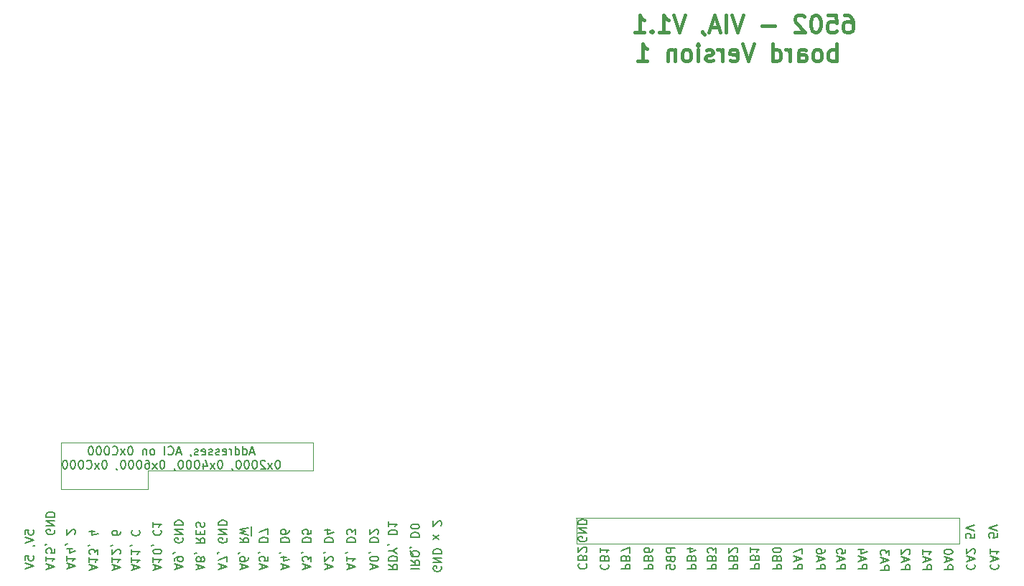
<source format=gbr>
G04 #@! TF.GenerationSoftware,KiCad,Pcbnew,(5.1.5)-3*
G04 #@! TF.CreationDate,2021-05-28T12:42:32+12:00*
G04 #@! TF.ProjectId,6502-Controller,36353032-2d43-46f6-9e74-726f6c6c6572,rev?*
G04 #@! TF.SameCoordinates,Original*
G04 #@! TF.FileFunction,Legend,Bot*
G04 #@! TF.FilePolarity,Positive*
%FSLAX46Y46*%
G04 Gerber Fmt 4.6, Leading zero omitted, Abs format (unit mm)*
G04 Created by KiCad (PCBNEW (5.1.5)-3) date 2021-05-28 12:42:32*
%MOMM*%
%LPD*%
G04 APERTURE LIST*
%ADD10C,0.120000*%
%ADD11C,0.150000*%
%ADD12C,0.400000*%
G04 APERTURE END LIST*
D10*
X94996000Y-100647500D02*
X97536000Y-100647500D01*
X94996000Y-106108500D02*
X94996000Y-100647500D01*
X97536000Y-106108500D02*
X94996000Y-106108500D01*
X105219500Y-103949500D02*
X105219500Y-106108500D01*
X124714000Y-103949500D02*
X105219500Y-103949500D01*
X124714000Y-100647500D02*
X124714000Y-103949500D01*
X97536000Y-100647500D02*
X124714000Y-100647500D01*
X105156000Y-106108500D02*
X97536000Y-106108500D01*
D11*
X117799214Y-101767166D02*
X117323023Y-101767166D01*
X117894452Y-102052880D02*
X117561119Y-101052880D01*
X117227785Y-102052880D01*
X116465880Y-102052880D02*
X116465880Y-101052880D01*
X116465880Y-102005261D02*
X116561119Y-102052880D01*
X116751595Y-102052880D01*
X116846833Y-102005261D01*
X116894452Y-101957642D01*
X116942071Y-101862404D01*
X116942071Y-101576690D01*
X116894452Y-101481452D01*
X116846833Y-101433833D01*
X116751595Y-101386214D01*
X116561119Y-101386214D01*
X116465880Y-101433833D01*
X115561119Y-102052880D02*
X115561119Y-101052880D01*
X115561119Y-102005261D02*
X115656357Y-102052880D01*
X115846833Y-102052880D01*
X115942071Y-102005261D01*
X115989690Y-101957642D01*
X116037309Y-101862404D01*
X116037309Y-101576690D01*
X115989690Y-101481452D01*
X115942071Y-101433833D01*
X115846833Y-101386214D01*
X115656357Y-101386214D01*
X115561119Y-101433833D01*
X115084928Y-102052880D02*
X115084928Y-101386214D01*
X115084928Y-101576690D02*
X115037309Y-101481452D01*
X114989690Y-101433833D01*
X114894452Y-101386214D01*
X114799214Y-101386214D01*
X114084928Y-102005261D02*
X114180166Y-102052880D01*
X114370642Y-102052880D01*
X114465880Y-102005261D01*
X114513500Y-101910023D01*
X114513500Y-101529071D01*
X114465880Y-101433833D01*
X114370642Y-101386214D01*
X114180166Y-101386214D01*
X114084928Y-101433833D01*
X114037309Y-101529071D01*
X114037309Y-101624309D01*
X114513500Y-101719547D01*
X113656357Y-102005261D02*
X113561119Y-102052880D01*
X113370642Y-102052880D01*
X113275404Y-102005261D01*
X113227785Y-101910023D01*
X113227785Y-101862404D01*
X113275404Y-101767166D01*
X113370642Y-101719547D01*
X113513500Y-101719547D01*
X113608738Y-101671928D01*
X113656357Y-101576690D01*
X113656357Y-101529071D01*
X113608738Y-101433833D01*
X113513500Y-101386214D01*
X113370642Y-101386214D01*
X113275404Y-101433833D01*
X112846833Y-102005261D02*
X112751595Y-102052880D01*
X112561119Y-102052880D01*
X112465880Y-102005261D01*
X112418261Y-101910023D01*
X112418261Y-101862404D01*
X112465880Y-101767166D01*
X112561119Y-101719547D01*
X112703976Y-101719547D01*
X112799214Y-101671928D01*
X112846833Y-101576690D01*
X112846833Y-101529071D01*
X112799214Y-101433833D01*
X112703976Y-101386214D01*
X112561119Y-101386214D01*
X112465880Y-101433833D01*
X111608738Y-102005261D02*
X111703976Y-102052880D01*
X111894452Y-102052880D01*
X111989690Y-102005261D01*
X112037309Y-101910023D01*
X112037309Y-101529071D01*
X111989690Y-101433833D01*
X111894452Y-101386214D01*
X111703976Y-101386214D01*
X111608738Y-101433833D01*
X111561119Y-101529071D01*
X111561119Y-101624309D01*
X112037309Y-101719547D01*
X111180166Y-102005261D02*
X111084928Y-102052880D01*
X110894452Y-102052880D01*
X110799214Y-102005261D01*
X110751595Y-101910023D01*
X110751595Y-101862404D01*
X110799214Y-101767166D01*
X110894452Y-101719547D01*
X111037309Y-101719547D01*
X111132547Y-101671928D01*
X111180166Y-101576690D01*
X111180166Y-101529071D01*
X111132547Y-101433833D01*
X111037309Y-101386214D01*
X110894452Y-101386214D01*
X110799214Y-101433833D01*
X110275404Y-102005261D02*
X110275404Y-102052880D01*
X110323023Y-102148119D01*
X110370642Y-102195738D01*
X109132547Y-101767166D02*
X108656357Y-101767166D01*
X109227785Y-102052880D02*
X108894452Y-101052880D01*
X108561119Y-102052880D01*
X107656357Y-101957642D02*
X107703976Y-102005261D01*
X107846833Y-102052880D01*
X107942071Y-102052880D01*
X108084928Y-102005261D01*
X108180166Y-101910023D01*
X108227785Y-101814785D01*
X108275404Y-101624309D01*
X108275404Y-101481452D01*
X108227785Y-101290976D01*
X108180166Y-101195738D01*
X108084928Y-101100500D01*
X107942071Y-101052880D01*
X107846833Y-101052880D01*
X107703976Y-101100500D01*
X107656357Y-101148119D01*
X107227785Y-102052880D02*
X107227785Y-101052880D01*
X105846833Y-102052880D02*
X105942071Y-102005261D01*
X105989690Y-101957642D01*
X106037309Y-101862404D01*
X106037309Y-101576690D01*
X105989690Y-101481452D01*
X105942071Y-101433833D01*
X105846833Y-101386214D01*
X105703976Y-101386214D01*
X105608738Y-101433833D01*
X105561119Y-101481452D01*
X105513500Y-101576690D01*
X105513500Y-101862404D01*
X105561119Y-101957642D01*
X105608738Y-102005261D01*
X105703976Y-102052880D01*
X105846833Y-102052880D01*
X105084928Y-101386214D02*
X105084928Y-102052880D01*
X105084928Y-101481452D02*
X105037309Y-101433833D01*
X104942071Y-101386214D01*
X104799214Y-101386214D01*
X104703976Y-101433833D01*
X104656357Y-101529071D01*
X104656357Y-102052880D01*
X103227785Y-101052880D02*
X103132547Y-101052880D01*
X103037309Y-101100500D01*
X102989690Y-101148119D01*
X102942071Y-101243357D01*
X102894452Y-101433833D01*
X102894452Y-101671928D01*
X102942071Y-101862404D01*
X102989690Y-101957642D01*
X103037309Y-102005261D01*
X103132547Y-102052880D01*
X103227785Y-102052880D01*
X103323023Y-102005261D01*
X103370642Y-101957642D01*
X103418261Y-101862404D01*
X103465880Y-101671928D01*
X103465880Y-101433833D01*
X103418261Y-101243357D01*
X103370642Y-101148119D01*
X103323023Y-101100500D01*
X103227785Y-101052880D01*
X102561119Y-102052880D02*
X102037309Y-101386214D01*
X102561119Y-101386214D02*
X102037309Y-102052880D01*
X101084928Y-101957642D02*
X101132547Y-102005261D01*
X101275404Y-102052880D01*
X101370642Y-102052880D01*
X101513500Y-102005261D01*
X101608738Y-101910023D01*
X101656357Y-101814785D01*
X101703976Y-101624309D01*
X101703976Y-101481452D01*
X101656357Y-101290976D01*
X101608738Y-101195738D01*
X101513500Y-101100500D01*
X101370642Y-101052880D01*
X101275404Y-101052880D01*
X101132547Y-101100500D01*
X101084928Y-101148119D01*
X100465880Y-101052880D02*
X100370642Y-101052880D01*
X100275404Y-101100500D01*
X100227785Y-101148119D01*
X100180166Y-101243357D01*
X100132547Y-101433833D01*
X100132547Y-101671928D01*
X100180166Y-101862404D01*
X100227785Y-101957642D01*
X100275404Y-102005261D01*
X100370642Y-102052880D01*
X100465880Y-102052880D01*
X100561119Y-102005261D01*
X100608738Y-101957642D01*
X100656357Y-101862404D01*
X100703976Y-101671928D01*
X100703976Y-101433833D01*
X100656357Y-101243357D01*
X100608738Y-101148119D01*
X100561119Y-101100500D01*
X100465880Y-101052880D01*
X99513500Y-101052880D02*
X99418261Y-101052880D01*
X99323023Y-101100500D01*
X99275404Y-101148119D01*
X99227785Y-101243357D01*
X99180166Y-101433833D01*
X99180166Y-101671928D01*
X99227785Y-101862404D01*
X99275404Y-101957642D01*
X99323023Y-102005261D01*
X99418261Y-102052880D01*
X99513500Y-102052880D01*
X99608738Y-102005261D01*
X99656357Y-101957642D01*
X99703976Y-101862404D01*
X99751595Y-101671928D01*
X99751595Y-101433833D01*
X99703976Y-101243357D01*
X99656357Y-101148119D01*
X99608738Y-101100500D01*
X99513500Y-101052880D01*
X98561119Y-101052880D02*
X98465880Y-101052880D01*
X98370642Y-101100500D01*
X98323023Y-101148119D01*
X98275404Y-101243357D01*
X98227785Y-101433833D01*
X98227785Y-101671928D01*
X98275404Y-101862404D01*
X98323023Y-101957642D01*
X98370642Y-102005261D01*
X98465880Y-102052880D01*
X98561119Y-102052880D01*
X98656357Y-102005261D01*
X98703976Y-101957642D01*
X98751595Y-101862404D01*
X98799214Y-101671928D01*
X98799214Y-101433833D01*
X98751595Y-101243357D01*
X98703976Y-101148119D01*
X98656357Y-101100500D01*
X98561119Y-101052880D01*
X120608738Y-102702880D02*
X120513500Y-102702880D01*
X120418261Y-102750500D01*
X120370642Y-102798119D01*
X120323023Y-102893357D01*
X120275404Y-103083833D01*
X120275404Y-103321928D01*
X120323023Y-103512404D01*
X120370642Y-103607642D01*
X120418261Y-103655261D01*
X120513500Y-103702880D01*
X120608738Y-103702880D01*
X120703976Y-103655261D01*
X120751595Y-103607642D01*
X120799214Y-103512404D01*
X120846833Y-103321928D01*
X120846833Y-103083833D01*
X120799214Y-102893357D01*
X120751595Y-102798119D01*
X120703976Y-102750500D01*
X120608738Y-102702880D01*
X119942071Y-103702880D02*
X119418261Y-103036214D01*
X119942071Y-103036214D02*
X119418261Y-103702880D01*
X119084928Y-102798119D02*
X119037309Y-102750500D01*
X118942071Y-102702880D01*
X118703976Y-102702880D01*
X118608738Y-102750500D01*
X118561119Y-102798119D01*
X118513500Y-102893357D01*
X118513500Y-102988595D01*
X118561119Y-103131452D01*
X119132547Y-103702880D01*
X118513500Y-103702880D01*
X117894452Y-102702880D02*
X117799214Y-102702880D01*
X117703976Y-102750500D01*
X117656357Y-102798119D01*
X117608738Y-102893357D01*
X117561119Y-103083833D01*
X117561119Y-103321928D01*
X117608738Y-103512404D01*
X117656357Y-103607642D01*
X117703976Y-103655261D01*
X117799214Y-103702880D01*
X117894452Y-103702880D01*
X117989690Y-103655261D01*
X118037309Y-103607642D01*
X118084928Y-103512404D01*
X118132547Y-103321928D01*
X118132547Y-103083833D01*
X118084928Y-102893357D01*
X118037309Y-102798119D01*
X117989690Y-102750500D01*
X117894452Y-102702880D01*
X116942071Y-102702880D02*
X116846833Y-102702880D01*
X116751595Y-102750500D01*
X116703976Y-102798119D01*
X116656357Y-102893357D01*
X116608738Y-103083833D01*
X116608738Y-103321928D01*
X116656357Y-103512404D01*
X116703976Y-103607642D01*
X116751595Y-103655261D01*
X116846833Y-103702880D01*
X116942071Y-103702880D01*
X117037309Y-103655261D01*
X117084928Y-103607642D01*
X117132547Y-103512404D01*
X117180166Y-103321928D01*
X117180166Y-103083833D01*
X117132547Y-102893357D01*
X117084928Y-102798119D01*
X117037309Y-102750500D01*
X116942071Y-102702880D01*
X115989690Y-102702880D02*
X115894452Y-102702880D01*
X115799214Y-102750500D01*
X115751595Y-102798119D01*
X115703976Y-102893357D01*
X115656357Y-103083833D01*
X115656357Y-103321928D01*
X115703976Y-103512404D01*
X115751595Y-103607642D01*
X115799214Y-103655261D01*
X115894452Y-103702880D01*
X115989690Y-103702880D01*
X116084928Y-103655261D01*
X116132547Y-103607642D01*
X116180166Y-103512404D01*
X116227785Y-103321928D01*
X116227785Y-103083833D01*
X116180166Y-102893357D01*
X116132547Y-102798119D01*
X116084928Y-102750500D01*
X115989690Y-102702880D01*
X115180166Y-103655261D02*
X115180166Y-103702880D01*
X115227785Y-103798119D01*
X115275404Y-103845738D01*
X113799214Y-102702880D02*
X113703976Y-102702880D01*
X113608738Y-102750500D01*
X113561119Y-102798119D01*
X113513500Y-102893357D01*
X113465880Y-103083833D01*
X113465880Y-103321928D01*
X113513500Y-103512404D01*
X113561119Y-103607642D01*
X113608738Y-103655261D01*
X113703976Y-103702880D01*
X113799214Y-103702880D01*
X113894452Y-103655261D01*
X113942071Y-103607642D01*
X113989690Y-103512404D01*
X114037309Y-103321928D01*
X114037309Y-103083833D01*
X113989690Y-102893357D01*
X113942071Y-102798119D01*
X113894452Y-102750500D01*
X113799214Y-102702880D01*
X113132547Y-103702880D02*
X112608738Y-103036214D01*
X113132547Y-103036214D02*
X112608738Y-103702880D01*
X111799214Y-103036214D02*
X111799214Y-103702880D01*
X112037309Y-102655261D02*
X112275404Y-103369547D01*
X111656357Y-103369547D01*
X111084928Y-102702880D02*
X110989690Y-102702880D01*
X110894452Y-102750500D01*
X110846833Y-102798119D01*
X110799214Y-102893357D01*
X110751595Y-103083833D01*
X110751595Y-103321928D01*
X110799214Y-103512404D01*
X110846833Y-103607642D01*
X110894452Y-103655261D01*
X110989690Y-103702880D01*
X111084928Y-103702880D01*
X111180166Y-103655261D01*
X111227785Y-103607642D01*
X111275404Y-103512404D01*
X111323023Y-103321928D01*
X111323023Y-103083833D01*
X111275404Y-102893357D01*
X111227785Y-102798119D01*
X111180166Y-102750500D01*
X111084928Y-102702880D01*
X110132547Y-102702880D02*
X110037309Y-102702880D01*
X109942071Y-102750500D01*
X109894452Y-102798119D01*
X109846833Y-102893357D01*
X109799214Y-103083833D01*
X109799214Y-103321928D01*
X109846833Y-103512404D01*
X109894452Y-103607642D01*
X109942071Y-103655261D01*
X110037309Y-103702880D01*
X110132547Y-103702880D01*
X110227785Y-103655261D01*
X110275404Y-103607642D01*
X110323023Y-103512404D01*
X110370642Y-103321928D01*
X110370642Y-103083833D01*
X110323023Y-102893357D01*
X110275404Y-102798119D01*
X110227785Y-102750500D01*
X110132547Y-102702880D01*
X109180166Y-102702880D02*
X109084928Y-102702880D01*
X108989690Y-102750500D01*
X108942071Y-102798119D01*
X108894452Y-102893357D01*
X108846833Y-103083833D01*
X108846833Y-103321928D01*
X108894452Y-103512404D01*
X108942071Y-103607642D01*
X108989690Y-103655261D01*
X109084928Y-103702880D01*
X109180166Y-103702880D01*
X109275404Y-103655261D01*
X109323023Y-103607642D01*
X109370642Y-103512404D01*
X109418261Y-103321928D01*
X109418261Y-103083833D01*
X109370642Y-102893357D01*
X109323023Y-102798119D01*
X109275404Y-102750500D01*
X109180166Y-102702880D01*
X108370642Y-103655261D02*
X108370642Y-103702880D01*
X108418261Y-103798119D01*
X108465880Y-103845738D01*
X106989690Y-102702880D02*
X106894452Y-102702880D01*
X106799214Y-102750500D01*
X106751595Y-102798119D01*
X106703976Y-102893357D01*
X106656357Y-103083833D01*
X106656357Y-103321928D01*
X106703976Y-103512404D01*
X106751595Y-103607642D01*
X106799214Y-103655261D01*
X106894452Y-103702880D01*
X106989690Y-103702880D01*
X107084928Y-103655261D01*
X107132547Y-103607642D01*
X107180166Y-103512404D01*
X107227785Y-103321928D01*
X107227785Y-103083833D01*
X107180166Y-102893357D01*
X107132547Y-102798119D01*
X107084928Y-102750500D01*
X106989690Y-102702880D01*
X106323023Y-103702880D02*
X105799214Y-103036214D01*
X106323023Y-103036214D02*
X105799214Y-103702880D01*
X104989690Y-102702880D02*
X105180166Y-102702880D01*
X105275404Y-102750500D01*
X105323023Y-102798119D01*
X105418261Y-102940976D01*
X105465880Y-103131452D01*
X105465880Y-103512404D01*
X105418261Y-103607642D01*
X105370642Y-103655261D01*
X105275404Y-103702880D01*
X105084928Y-103702880D01*
X104989690Y-103655261D01*
X104942071Y-103607642D01*
X104894452Y-103512404D01*
X104894452Y-103274309D01*
X104942071Y-103179071D01*
X104989690Y-103131452D01*
X105084928Y-103083833D01*
X105275404Y-103083833D01*
X105370642Y-103131452D01*
X105418261Y-103179071D01*
X105465880Y-103274309D01*
X104275404Y-102702880D02*
X104180166Y-102702880D01*
X104084928Y-102750500D01*
X104037309Y-102798119D01*
X103989690Y-102893357D01*
X103942071Y-103083833D01*
X103942071Y-103321928D01*
X103989690Y-103512404D01*
X104037309Y-103607642D01*
X104084928Y-103655261D01*
X104180166Y-103702880D01*
X104275404Y-103702880D01*
X104370642Y-103655261D01*
X104418261Y-103607642D01*
X104465880Y-103512404D01*
X104513500Y-103321928D01*
X104513500Y-103083833D01*
X104465880Y-102893357D01*
X104418261Y-102798119D01*
X104370642Y-102750500D01*
X104275404Y-102702880D01*
X103323023Y-102702880D02*
X103227785Y-102702880D01*
X103132547Y-102750500D01*
X103084928Y-102798119D01*
X103037309Y-102893357D01*
X102989690Y-103083833D01*
X102989690Y-103321928D01*
X103037309Y-103512404D01*
X103084928Y-103607642D01*
X103132547Y-103655261D01*
X103227785Y-103702880D01*
X103323023Y-103702880D01*
X103418261Y-103655261D01*
X103465880Y-103607642D01*
X103513500Y-103512404D01*
X103561119Y-103321928D01*
X103561119Y-103083833D01*
X103513500Y-102893357D01*
X103465880Y-102798119D01*
X103418261Y-102750500D01*
X103323023Y-102702880D01*
X102370642Y-102702880D02*
X102275404Y-102702880D01*
X102180166Y-102750500D01*
X102132547Y-102798119D01*
X102084928Y-102893357D01*
X102037309Y-103083833D01*
X102037309Y-103321928D01*
X102084928Y-103512404D01*
X102132547Y-103607642D01*
X102180166Y-103655261D01*
X102275404Y-103702880D01*
X102370642Y-103702880D01*
X102465880Y-103655261D01*
X102513500Y-103607642D01*
X102561119Y-103512404D01*
X102608738Y-103321928D01*
X102608738Y-103083833D01*
X102561119Y-102893357D01*
X102513500Y-102798119D01*
X102465880Y-102750500D01*
X102370642Y-102702880D01*
X101561119Y-103655261D02*
X101561119Y-103702880D01*
X101608738Y-103798119D01*
X101656357Y-103845738D01*
X100180166Y-102702880D02*
X100084928Y-102702880D01*
X99989690Y-102750500D01*
X99942071Y-102798119D01*
X99894452Y-102893357D01*
X99846833Y-103083833D01*
X99846833Y-103321928D01*
X99894452Y-103512404D01*
X99942071Y-103607642D01*
X99989690Y-103655261D01*
X100084928Y-103702880D01*
X100180166Y-103702880D01*
X100275404Y-103655261D01*
X100323023Y-103607642D01*
X100370642Y-103512404D01*
X100418261Y-103321928D01*
X100418261Y-103083833D01*
X100370642Y-102893357D01*
X100323023Y-102798119D01*
X100275404Y-102750500D01*
X100180166Y-102702880D01*
X99513500Y-103702880D02*
X98989690Y-103036214D01*
X99513500Y-103036214D02*
X98989690Y-103702880D01*
X98037309Y-103607642D02*
X98084928Y-103655261D01*
X98227785Y-103702880D01*
X98323023Y-103702880D01*
X98465880Y-103655261D01*
X98561119Y-103560023D01*
X98608738Y-103464785D01*
X98656357Y-103274309D01*
X98656357Y-103131452D01*
X98608738Y-102940976D01*
X98561119Y-102845738D01*
X98465880Y-102750500D01*
X98323023Y-102702880D01*
X98227785Y-102702880D01*
X98084928Y-102750500D01*
X98037309Y-102798119D01*
X97418261Y-102702880D02*
X97323023Y-102702880D01*
X97227785Y-102750500D01*
X97180166Y-102798119D01*
X97132547Y-102893357D01*
X97084928Y-103083833D01*
X97084928Y-103321928D01*
X97132547Y-103512404D01*
X97180166Y-103607642D01*
X97227785Y-103655261D01*
X97323023Y-103702880D01*
X97418261Y-103702880D01*
X97513500Y-103655261D01*
X97561119Y-103607642D01*
X97608738Y-103512404D01*
X97656357Y-103321928D01*
X97656357Y-103083833D01*
X97608738Y-102893357D01*
X97561119Y-102798119D01*
X97513500Y-102750500D01*
X97418261Y-102702880D01*
X96465880Y-102702880D02*
X96370642Y-102702880D01*
X96275404Y-102750500D01*
X96227785Y-102798119D01*
X96180166Y-102893357D01*
X96132547Y-103083833D01*
X96132547Y-103321928D01*
X96180166Y-103512404D01*
X96227785Y-103607642D01*
X96275404Y-103655261D01*
X96370642Y-103702880D01*
X96465880Y-103702880D01*
X96561119Y-103655261D01*
X96608738Y-103607642D01*
X96656357Y-103512404D01*
X96703976Y-103321928D01*
X96703976Y-103083833D01*
X96656357Y-102893357D01*
X96608738Y-102798119D01*
X96561119Y-102750500D01*
X96465880Y-102702880D01*
X95513500Y-102702880D02*
X95418261Y-102702880D01*
X95323023Y-102750500D01*
X95275404Y-102798119D01*
X95227785Y-102893357D01*
X95180166Y-103083833D01*
X95180166Y-103321928D01*
X95227785Y-103512404D01*
X95275404Y-103607642D01*
X95323023Y-103655261D01*
X95418261Y-103702880D01*
X95513500Y-103702880D01*
X95608738Y-103655261D01*
X95656357Y-103607642D01*
X95703976Y-103512404D01*
X95751595Y-103321928D01*
X95751595Y-103083833D01*
X95703976Y-102893357D01*
X95656357Y-102798119D01*
X95608738Y-102750500D01*
X95513500Y-102702880D01*
D10*
X155765500Y-112522000D02*
X155765500Y-109537500D01*
X200914000Y-112522000D02*
X155765500Y-112522000D01*
X200914000Y-109537500D02*
X200914000Y-112522000D01*
X155702000Y-109537500D02*
X200914000Y-109537500D01*
D11*
X156964000Y-111759904D02*
X157011619Y-111855142D01*
X157011619Y-111998000D01*
X156964000Y-112140857D01*
X156868761Y-112236095D01*
X156773523Y-112283714D01*
X156583047Y-112331333D01*
X156440190Y-112331333D01*
X156249714Y-112283714D01*
X156154476Y-112236095D01*
X156059238Y-112140857D01*
X156011619Y-111998000D01*
X156011619Y-111902761D01*
X156059238Y-111759904D01*
X156106857Y-111712285D01*
X156440190Y-111712285D01*
X156440190Y-111902761D01*
X156011619Y-111283714D02*
X157011619Y-111283714D01*
X156011619Y-110712285D01*
X157011619Y-110712285D01*
X156011619Y-110236095D02*
X157011619Y-110236095D01*
X157011619Y-109998000D01*
X156964000Y-109855142D01*
X156868761Y-109759904D01*
X156773523Y-109712285D01*
X156583047Y-109664666D01*
X156440190Y-109664666D01*
X156249714Y-109712285D01*
X156154476Y-109759904D01*
X156059238Y-109855142D01*
X156011619Y-109998000D01*
X156011619Y-110236095D01*
X202668119Y-111378976D02*
X202668119Y-111855166D01*
X202191928Y-111902785D01*
X202239547Y-111855166D01*
X202287166Y-111759928D01*
X202287166Y-111521833D01*
X202239547Y-111426595D01*
X202191928Y-111378976D01*
X202096690Y-111331357D01*
X201858595Y-111331357D01*
X201763357Y-111378976D01*
X201715738Y-111426595D01*
X201668119Y-111521833D01*
X201668119Y-111759928D01*
X201715738Y-111855166D01*
X201763357Y-111902785D01*
X202668119Y-111045642D02*
X201668119Y-110712309D01*
X202668119Y-110378976D01*
X205398619Y-111315476D02*
X205398619Y-111791666D01*
X204922428Y-111839285D01*
X204970047Y-111791666D01*
X205017666Y-111696428D01*
X205017666Y-111458333D01*
X204970047Y-111363095D01*
X204922428Y-111315476D01*
X204827190Y-111267857D01*
X204589095Y-111267857D01*
X204493857Y-111315476D01*
X204446238Y-111363095D01*
X204398619Y-111458333D01*
X204398619Y-111696428D01*
X204446238Y-111791666D01*
X204493857Y-111839285D01*
X205398619Y-110982142D02*
X204398619Y-110648809D01*
X205398619Y-110315476D01*
X161091619Y-115538095D02*
X162091619Y-115538095D01*
X162091619Y-115157142D01*
X162044000Y-115061904D01*
X161996380Y-115014285D01*
X161901142Y-114966666D01*
X161758285Y-114966666D01*
X161663047Y-115014285D01*
X161615428Y-115061904D01*
X161567809Y-115157142D01*
X161567809Y-115538095D01*
X161615428Y-114204761D02*
X161567809Y-114061904D01*
X161520190Y-114014285D01*
X161424952Y-113966666D01*
X161282095Y-113966666D01*
X161186857Y-114014285D01*
X161139238Y-114061904D01*
X161091619Y-114157142D01*
X161091619Y-114538095D01*
X162091619Y-114538095D01*
X162091619Y-114204761D01*
X162044000Y-114109523D01*
X161996380Y-114061904D01*
X161901142Y-114014285D01*
X161805904Y-114014285D01*
X161710666Y-114061904D01*
X161663047Y-114109523D01*
X161615428Y-114204761D01*
X161615428Y-114538095D01*
X162091619Y-113633333D02*
X162091619Y-112966666D01*
X161091619Y-113395238D01*
X163758619Y-115538095D02*
X164758619Y-115538095D01*
X164758619Y-115157142D01*
X164711000Y-115061904D01*
X164663380Y-115014285D01*
X164568142Y-114966666D01*
X164425285Y-114966666D01*
X164330047Y-115014285D01*
X164282428Y-115061904D01*
X164234809Y-115157142D01*
X164234809Y-115538095D01*
X164282428Y-114204761D02*
X164234809Y-114061904D01*
X164187190Y-114014285D01*
X164091952Y-113966666D01*
X163949095Y-113966666D01*
X163853857Y-114014285D01*
X163806238Y-114061904D01*
X163758619Y-114157142D01*
X163758619Y-114538095D01*
X164758619Y-114538095D01*
X164758619Y-114204761D01*
X164711000Y-114109523D01*
X164663380Y-114061904D01*
X164568142Y-114014285D01*
X164472904Y-114014285D01*
X164377666Y-114061904D01*
X164330047Y-114109523D01*
X164282428Y-114204761D01*
X164282428Y-114538095D01*
X164758619Y-113109523D02*
X164758619Y-113300000D01*
X164711000Y-113395238D01*
X164663380Y-113442857D01*
X164520523Y-113538095D01*
X164330047Y-113585714D01*
X163949095Y-113585714D01*
X163853857Y-113538095D01*
X163806238Y-113490476D01*
X163758619Y-113395238D01*
X163758619Y-113204761D01*
X163806238Y-113109523D01*
X163853857Y-113061904D01*
X163949095Y-113014285D01*
X164187190Y-113014285D01*
X164282428Y-113061904D01*
X164330047Y-113109523D01*
X164377666Y-113204761D01*
X164377666Y-113395238D01*
X164330047Y-113490476D01*
X164282428Y-113538095D01*
X164187190Y-113585714D01*
X156106857Y-114903166D02*
X156059238Y-114950785D01*
X156011619Y-115093642D01*
X156011619Y-115188880D01*
X156059238Y-115331738D01*
X156154476Y-115426976D01*
X156249714Y-115474595D01*
X156440190Y-115522214D01*
X156583047Y-115522214D01*
X156773523Y-115474595D01*
X156868761Y-115426976D01*
X156964000Y-115331738D01*
X157011619Y-115188880D01*
X157011619Y-115093642D01*
X156964000Y-114950785D01*
X156916380Y-114903166D01*
X156535428Y-114141261D02*
X156487809Y-113998404D01*
X156440190Y-113950785D01*
X156344952Y-113903166D01*
X156202095Y-113903166D01*
X156106857Y-113950785D01*
X156059238Y-113998404D01*
X156011619Y-114093642D01*
X156011619Y-114474595D01*
X157011619Y-114474595D01*
X157011619Y-114141261D01*
X156964000Y-114046023D01*
X156916380Y-113998404D01*
X156821142Y-113950785D01*
X156725904Y-113950785D01*
X156630666Y-113998404D01*
X156583047Y-114046023D01*
X156535428Y-114141261D01*
X156535428Y-114474595D01*
X156916380Y-113522214D02*
X156964000Y-113474595D01*
X157011619Y-113379357D01*
X157011619Y-113141261D01*
X156964000Y-113046023D01*
X156916380Y-112998404D01*
X156821142Y-112950785D01*
X156725904Y-112950785D01*
X156583047Y-112998404D01*
X156011619Y-113569833D01*
X156011619Y-112950785D01*
X158710357Y-114966666D02*
X158662738Y-115014285D01*
X158615119Y-115157142D01*
X158615119Y-115252380D01*
X158662738Y-115395238D01*
X158757976Y-115490476D01*
X158853214Y-115538095D01*
X159043690Y-115585714D01*
X159186547Y-115585714D01*
X159377023Y-115538095D01*
X159472261Y-115490476D01*
X159567500Y-115395238D01*
X159615119Y-115252380D01*
X159615119Y-115157142D01*
X159567500Y-115014285D01*
X159519880Y-114966666D01*
X159138928Y-114204761D02*
X159091309Y-114061904D01*
X159043690Y-114014285D01*
X158948452Y-113966666D01*
X158805595Y-113966666D01*
X158710357Y-114014285D01*
X158662738Y-114061904D01*
X158615119Y-114157142D01*
X158615119Y-114538095D01*
X159615119Y-114538095D01*
X159615119Y-114204761D01*
X159567500Y-114109523D01*
X159519880Y-114061904D01*
X159424642Y-114014285D01*
X159329404Y-114014285D01*
X159234166Y-114061904D01*
X159186547Y-114109523D01*
X159138928Y-114204761D01*
X159138928Y-114538095D01*
X158615119Y-113014285D02*
X158615119Y-113585714D01*
X158615119Y-113300000D02*
X159615119Y-113300000D01*
X159472261Y-113395238D01*
X159377023Y-113490476D01*
X159329404Y-113585714D01*
X181411619Y-115530166D02*
X182411619Y-115530166D01*
X182411619Y-115149214D01*
X182364000Y-115053976D01*
X182316380Y-115006357D01*
X182221142Y-114958738D01*
X182078285Y-114958738D01*
X181983047Y-115006357D01*
X181935428Y-115053976D01*
X181887809Y-115149214D01*
X181887809Y-115530166D01*
X181697333Y-114577785D02*
X181697333Y-114101595D01*
X181411619Y-114673023D02*
X182411619Y-114339690D01*
X181411619Y-114006357D01*
X182411619Y-113768261D02*
X182411619Y-113101595D01*
X181411619Y-113530166D01*
X184078619Y-115530166D02*
X185078619Y-115530166D01*
X185078619Y-115149214D01*
X185031000Y-115053976D01*
X184983380Y-115006357D01*
X184888142Y-114958738D01*
X184745285Y-114958738D01*
X184650047Y-115006357D01*
X184602428Y-115053976D01*
X184554809Y-115149214D01*
X184554809Y-115530166D01*
X184364333Y-114577785D02*
X184364333Y-114101595D01*
X184078619Y-114673023D02*
X185078619Y-114339690D01*
X184078619Y-114006357D01*
X185078619Y-113244452D02*
X185078619Y-113434928D01*
X185031000Y-113530166D01*
X184983380Y-113577785D01*
X184840523Y-113673023D01*
X184650047Y-113720642D01*
X184269095Y-113720642D01*
X184173857Y-113673023D01*
X184126238Y-113625404D01*
X184078619Y-113530166D01*
X184078619Y-113339690D01*
X184126238Y-113244452D01*
X184173857Y-113196833D01*
X184269095Y-113149214D01*
X184507190Y-113149214D01*
X184602428Y-113196833D01*
X184650047Y-113244452D01*
X184697666Y-113339690D01*
X184697666Y-113530166D01*
X184650047Y-113625404D01*
X184602428Y-113673023D01*
X184507190Y-113720642D01*
X186491619Y-115530166D02*
X187491619Y-115530166D01*
X187491619Y-115149214D01*
X187444000Y-115053976D01*
X187396380Y-115006357D01*
X187301142Y-114958738D01*
X187158285Y-114958738D01*
X187063047Y-115006357D01*
X187015428Y-115053976D01*
X186967809Y-115149214D01*
X186967809Y-115530166D01*
X186777333Y-114577785D02*
X186777333Y-114101595D01*
X186491619Y-114673023D02*
X187491619Y-114339690D01*
X186491619Y-114006357D01*
X187491619Y-113196833D02*
X187491619Y-113673023D01*
X187015428Y-113720642D01*
X187063047Y-113673023D01*
X187110666Y-113577785D01*
X187110666Y-113339690D01*
X187063047Y-113244452D01*
X187015428Y-113196833D01*
X186920190Y-113149214D01*
X186682095Y-113149214D01*
X186586857Y-113196833D01*
X186539238Y-113244452D01*
X186491619Y-113339690D01*
X186491619Y-113577785D01*
X186539238Y-113673023D01*
X186586857Y-113720642D01*
X178935119Y-115538095D02*
X179935119Y-115538095D01*
X179935119Y-115157142D01*
X179887500Y-115061904D01*
X179839880Y-115014285D01*
X179744642Y-114966666D01*
X179601785Y-114966666D01*
X179506547Y-115014285D01*
X179458928Y-115061904D01*
X179411309Y-115157142D01*
X179411309Y-115538095D01*
X179458928Y-114204761D02*
X179411309Y-114061904D01*
X179363690Y-114014285D01*
X179268452Y-113966666D01*
X179125595Y-113966666D01*
X179030357Y-114014285D01*
X178982738Y-114061904D01*
X178935119Y-114157142D01*
X178935119Y-114538095D01*
X179935119Y-114538095D01*
X179935119Y-114204761D01*
X179887500Y-114109523D01*
X179839880Y-114061904D01*
X179744642Y-114014285D01*
X179649404Y-114014285D01*
X179554166Y-114061904D01*
X179506547Y-114109523D01*
X179458928Y-114204761D01*
X179458928Y-114538095D01*
X179935119Y-113347619D02*
X179935119Y-113252380D01*
X179887500Y-113157142D01*
X179839880Y-113109523D01*
X179744642Y-113061904D01*
X179554166Y-113014285D01*
X179316071Y-113014285D01*
X179125595Y-113061904D01*
X179030357Y-113109523D01*
X178982738Y-113157142D01*
X178935119Y-113252380D01*
X178935119Y-113347619D01*
X178982738Y-113442857D01*
X179030357Y-113490476D01*
X179125595Y-113538095D01*
X179316071Y-113585714D01*
X179554166Y-113585714D01*
X179744642Y-113538095D01*
X179839880Y-113490476D01*
X179887500Y-113442857D01*
X179935119Y-113347619D01*
X173791619Y-115538095D02*
X174791619Y-115538095D01*
X174791619Y-115157142D01*
X174744000Y-115061904D01*
X174696380Y-115014285D01*
X174601142Y-114966666D01*
X174458285Y-114966666D01*
X174363047Y-115014285D01*
X174315428Y-115061904D01*
X174267809Y-115157142D01*
X174267809Y-115538095D01*
X174315428Y-114204761D02*
X174267809Y-114061904D01*
X174220190Y-114014285D01*
X174124952Y-113966666D01*
X173982095Y-113966666D01*
X173886857Y-114014285D01*
X173839238Y-114061904D01*
X173791619Y-114157142D01*
X173791619Y-114538095D01*
X174791619Y-114538095D01*
X174791619Y-114204761D01*
X174744000Y-114109523D01*
X174696380Y-114061904D01*
X174601142Y-114014285D01*
X174505904Y-114014285D01*
X174410666Y-114061904D01*
X174363047Y-114109523D01*
X174315428Y-114204761D01*
X174315428Y-114538095D01*
X174696380Y-113585714D02*
X174744000Y-113538095D01*
X174791619Y-113442857D01*
X174791619Y-113204761D01*
X174744000Y-113109523D01*
X174696380Y-113061904D01*
X174601142Y-113014285D01*
X174505904Y-113014285D01*
X174363047Y-113061904D01*
X173791619Y-113633333D01*
X173791619Y-113014285D01*
X176331619Y-115474595D02*
X177331619Y-115474595D01*
X177331619Y-115093642D01*
X177284000Y-114998404D01*
X177236380Y-114950785D01*
X177141142Y-114903166D01*
X176998285Y-114903166D01*
X176903047Y-114950785D01*
X176855428Y-114998404D01*
X176807809Y-115093642D01*
X176807809Y-115474595D01*
X176855428Y-114141261D02*
X176807809Y-113998404D01*
X176760190Y-113950785D01*
X176664952Y-113903166D01*
X176522095Y-113903166D01*
X176426857Y-113950785D01*
X176379238Y-113998404D01*
X176331619Y-114093642D01*
X176331619Y-114474595D01*
X177331619Y-114474595D01*
X177331619Y-114141261D01*
X177284000Y-114046023D01*
X177236380Y-113998404D01*
X177141142Y-113950785D01*
X177045904Y-113950785D01*
X176950666Y-113998404D01*
X176903047Y-114046023D01*
X176855428Y-114141261D01*
X176855428Y-114474595D01*
X176331619Y-112950785D02*
X176331619Y-113522214D01*
X176331619Y-113236500D02*
X177331619Y-113236500D01*
X177188761Y-113331738D01*
X177093523Y-113426976D01*
X177045904Y-113522214D01*
X168838619Y-115538095D02*
X169838619Y-115538095D01*
X169838619Y-115157142D01*
X169791000Y-115061904D01*
X169743380Y-115014285D01*
X169648142Y-114966666D01*
X169505285Y-114966666D01*
X169410047Y-115014285D01*
X169362428Y-115061904D01*
X169314809Y-115157142D01*
X169314809Y-115538095D01*
X169362428Y-114204761D02*
X169314809Y-114061904D01*
X169267190Y-114014285D01*
X169171952Y-113966666D01*
X169029095Y-113966666D01*
X168933857Y-114014285D01*
X168886238Y-114061904D01*
X168838619Y-114157142D01*
X168838619Y-114538095D01*
X169838619Y-114538095D01*
X169838619Y-114204761D01*
X169791000Y-114109523D01*
X169743380Y-114061904D01*
X169648142Y-114014285D01*
X169552904Y-114014285D01*
X169457666Y-114061904D01*
X169410047Y-114109523D01*
X169362428Y-114204761D01*
X169362428Y-114538095D01*
X169505285Y-113109523D02*
X168838619Y-113109523D01*
X169886238Y-113347619D02*
X169171952Y-113585714D01*
X169171952Y-112966666D01*
X171251619Y-115538095D02*
X172251619Y-115538095D01*
X172251619Y-115157142D01*
X172204000Y-115061904D01*
X172156380Y-115014285D01*
X172061142Y-114966666D01*
X171918285Y-114966666D01*
X171823047Y-115014285D01*
X171775428Y-115061904D01*
X171727809Y-115157142D01*
X171727809Y-115538095D01*
X171775428Y-114204761D02*
X171727809Y-114061904D01*
X171680190Y-114014285D01*
X171584952Y-113966666D01*
X171442095Y-113966666D01*
X171346857Y-114014285D01*
X171299238Y-114061904D01*
X171251619Y-114157142D01*
X171251619Y-114538095D01*
X172251619Y-114538095D01*
X172251619Y-114204761D01*
X172204000Y-114109523D01*
X172156380Y-114061904D01*
X172061142Y-114014285D01*
X171965904Y-114014285D01*
X171870666Y-114061904D01*
X171823047Y-114109523D01*
X171775428Y-114204761D01*
X171775428Y-114538095D01*
X172251619Y-113633333D02*
X172251619Y-113014285D01*
X171870666Y-113347619D01*
X171870666Y-113204761D01*
X171823047Y-113109523D01*
X171775428Y-113061904D01*
X171680190Y-113014285D01*
X171442095Y-113014285D01*
X171346857Y-113061904D01*
X171299238Y-113109523D01*
X171251619Y-113204761D01*
X171251619Y-113490476D01*
X171299238Y-113585714D01*
X171346857Y-113633333D01*
X167393880Y-113061904D02*
X166393880Y-113061904D01*
X166393880Y-113442857D01*
X166441500Y-113538095D01*
X166489119Y-113585714D01*
X166584357Y-113633333D01*
X166727214Y-113633333D01*
X166822452Y-113585714D01*
X166870071Y-113538095D01*
X166917690Y-113442857D01*
X166917690Y-113061904D01*
X166870071Y-114395238D02*
X166917690Y-114538095D01*
X166965309Y-114585714D01*
X167060547Y-114633333D01*
X167203404Y-114633333D01*
X167298642Y-114585714D01*
X167346261Y-114538095D01*
X167393880Y-114442857D01*
X167393880Y-114061904D01*
X166393880Y-114061904D01*
X166393880Y-114395238D01*
X166441500Y-114490476D01*
X166489119Y-114538095D01*
X166584357Y-114585714D01*
X166679595Y-114585714D01*
X166774833Y-114538095D01*
X166822452Y-114490476D01*
X166870071Y-114395238D01*
X166870071Y-114061904D01*
X166393880Y-115538095D02*
X166393880Y-115061904D01*
X166870071Y-115014285D01*
X166822452Y-115061904D01*
X166774833Y-115157142D01*
X166774833Y-115395238D01*
X166822452Y-115490476D01*
X166870071Y-115538095D01*
X166965309Y-115585714D01*
X167203404Y-115585714D01*
X167298642Y-115538095D01*
X167346261Y-115490476D01*
X167393880Y-115395238D01*
X167393880Y-115157142D01*
X167346261Y-115061904D01*
X167298642Y-115014285D01*
X199128119Y-115593666D02*
X200128119Y-115593666D01*
X200128119Y-115212714D01*
X200080500Y-115117476D01*
X200032880Y-115069857D01*
X199937642Y-115022238D01*
X199794785Y-115022238D01*
X199699547Y-115069857D01*
X199651928Y-115117476D01*
X199604309Y-115212714D01*
X199604309Y-115593666D01*
X199413833Y-114641285D02*
X199413833Y-114165095D01*
X199128119Y-114736523D02*
X200128119Y-114403190D01*
X199128119Y-114069857D01*
X200128119Y-113546047D02*
X200128119Y-113450809D01*
X200080500Y-113355571D01*
X200032880Y-113307952D01*
X199937642Y-113260333D01*
X199747166Y-113212714D01*
X199509071Y-113212714D01*
X199318595Y-113260333D01*
X199223357Y-113307952D01*
X199175738Y-113355571D01*
X199128119Y-113450809D01*
X199128119Y-113546047D01*
X199175738Y-113641285D01*
X199223357Y-113688904D01*
X199318595Y-113736523D01*
X199509071Y-113784142D01*
X199747166Y-113784142D01*
X199937642Y-113736523D01*
X200032880Y-113688904D01*
X200080500Y-113641285D01*
X200128119Y-113546047D01*
X191635119Y-115657166D02*
X192635119Y-115657166D01*
X192635119Y-115276214D01*
X192587500Y-115180976D01*
X192539880Y-115133357D01*
X192444642Y-115085738D01*
X192301785Y-115085738D01*
X192206547Y-115133357D01*
X192158928Y-115180976D01*
X192111309Y-115276214D01*
X192111309Y-115657166D01*
X191920833Y-114704785D02*
X191920833Y-114228595D01*
X191635119Y-114800023D02*
X192635119Y-114466690D01*
X191635119Y-114133357D01*
X192635119Y-113895261D02*
X192635119Y-113276214D01*
X192254166Y-113609547D01*
X192254166Y-113466690D01*
X192206547Y-113371452D01*
X192158928Y-113323833D01*
X192063690Y-113276214D01*
X191825595Y-113276214D01*
X191730357Y-113323833D01*
X191682738Y-113371452D01*
X191635119Y-113466690D01*
X191635119Y-113752404D01*
X191682738Y-113847642D01*
X191730357Y-113895261D01*
X194111619Y-115593666D02*
X195111619Y-115593666D01*
X195111619Y-115212714D01*
X195064000Y-115117476D01*
X195016380Y-115069857D01*
X194921142Y-115022238D01*
X194778285Y-115022238D01*
X194683047Y-115069857D01*
X194635428Y-115117476D01*
X194587809Y-115212714D01*
X194587809Y-115593666D01*
X194397333Y-114641285D02*
X194397333Y-114165095D01*
X194111619Y-114736523D02*
X195111619Y-114403190D01*
X194111619Y-114069857D01*
X195016380Y-113784142D02*
X195064000Y-113736523D01*
X195111619Y-113641285D01*
X195111619Y-113403190D01*
X195064000Y-113307952D01*
X195016380Y-113260333D01*
X194921142Y-113212714D01*
X194825904Y-113212714D01*
X194683047Y-113260333D01*
X194111619Y-113831761D01*
X194111619Y-113212714D01*
X201890357Y-114958738D02*
X201842738Y-115006357D01*
X201795119Y-115149214D01*
X201795119Y-115244452D01*
X201842738Y-115387309D01*
X201937976Y-115482547D01*
X202033214Y-115530166D01*
X202223690Y-115577785D01*
X202366547Y-115577785D01*
X202557023Y-115530166D01*
X202652261Y-115482547D01*
X202747500Y-115387309D01*
X202795119Y-115244452D01*
X202795119Y-115149214D01*
X202747500Y-115006357D01*
X202699880Y-114958738D01*
X202080833Y-114577785D02*
X202080833Y-114101595D01*
X201795119Y-114673023D02*
X202795119Y-114339690D01*
X201795119Y-114006357D01*
X202699880Y-113720642D02*
X202747500Y-113673023D01*
X202795119Y-113577785D01*
X202795119Y-113339690D01*
X202747500Y-113244452D01*
X202699880Y-113196833D01*
X202604642Y-113149214D01*
X202509404Y-113149214D01*
X202366547Y-113196833D01*
X201795119Y-113768261D01*
X201795119Y-113149214D01*
X189031619Y-115530166D02*
X190031619Y-115530166D01*
X190031619Y-115149214D01*
X189984000Y-115053976D01*
X189936380Y-115006357D01*
X189841142Y-114958738D01*
X189698285Y-114958738D01*
X189603047Y-115006357D01*
X189555428Y-115053976D01*
X189507809Y-115149214D01*
X189507809Y-115530166D01*
X189317333Y-114577785D02*
X189317333Y-114101595D01*
X189031619Y-114673023D02*
X190031619Y-114339690D01*
X189031619Y-114006357D01*
X189698285Y-113244452D02*
X189031619Y-113244452D01*
X190079238Y-113482547D02*
X189364952Y-113720642D01*
X189364952Y-113101595D01*
X204684357Y-114958738D02*
X204636738Y-115006357D01*
X204589119Y-115149214D01*
X204589119Y-115244452D01*
X204636738Y-115387309D01*
X204731976Y-115482547D01*
X204827214Y-115530166D01*
X205017690Y-115577785D01*
X205160547Y-115577785D01*
X205351023Y-115530166D01*
X205446261Y-115482547D01*
X205541500Y-115387309D01*
X205589119Y-115244452D01*
X205589119Y-115149214D01*
X205541500Y-115006357D01*
X205493880Y-114958738D01*
X204874833Y-114577785D02*
X204874833Y-114101595D01*
X204589119Y-114673023D02*
X205589119Y-114339690D01*
X204589119Y-114006357D01*
X204589119Y-113149214D02*
X204589119Y-113720642D01*
X204589119Y-113434928D02*
X205589119Y-113434928D01*
X205446261Y-113530166D01*
X205351023Y-113625404D01*
X205303404Y-113720642D01*
X196651619Y-115593666D02*
X197651619Y-115593666D01*
X197651619Y-115212714D01*
X197604000Y-115117476D01*
X197556380Y-115069857D01*
X197461142Y-115022238D01*
X197318285Y-115022238D01*
X197223047Y-115069857D01*
X197175428Y-115117476D01*
X197127809Y-115212714D01*
X197127809Y-115593666D01*
X196937333Y-114641285D02*
X196937333Y-114165095D01*
X196651619Y-114736523D02*
X197651619Y-114403190D01*
X196651619Y-114069857D01*
X196651619Y-113212714D02*
X196651619Y-113784142D01*
X196651619Y-113498428D02*
X197651619Y-113498428D01*
X197508761Y-113593666D01*
X197413523Y-113688904D01*
X197365904Y-113784142D01*
X139819000Y-115244261D02*
X139866619Y-115339500D01*
X139866619Y-115482357D01*
X139819000Y-115625214D01*
X139723761Y-115720452D01*
X139628523Y-115768071D01*
X139438047Y-115815690D01*
X139295190Y-115815690D01*
X139104714Y-115768071D01*
X139009476Y-115720452D01*
X138914238Y-115625214D01*
X138866619Y-115482357D01*
X138866619Y-115387119D01*
X138914238Y-115244261D01*
X138961857Y-115196642D01*
X139295190Y-115196642D01*
X139295190Y-115387119D01*
X138866619Y-114768071D02*
X139866619Y-114768071D01*
X138866619Y-114196642D01*
X139866619Y-114196642D01*
X138866619Y-113720452D02*
X139866619Y-113720452D01*
X139866619Y-113482357D01*
X139819000Y-113339500D01*
X139723761Y-113244261D01*
X139628523Y-113196642D01*
X139438047Y-113149023D01*
X139295190Y-113149023D01*
X139104714Y-113196642D01*
X139009476Y-113244261D01*
X138914238Y-113339500D01*
X138866619Y-113482357D01*
X138866619Y-113720452D01*
X138866619Y-112053785D02*
X139533285Y-111529976D01*
X139533285Y-112053785D02*
X138866619Y-111529976D01*
X139771380Y-110434738D02*
X139819000Y-110387119D01*
X139866619Y-110291880D01*
X139866619Y-110053785D01*
X139819000Y-109958547D01*
X139771380Y-109910928D01*
X139676142Y-109863309D01*
X139580904Y-109863309D01*
X139438047Y-109910928D01*
X138866619Y-110482357D01*
X138866619Y-109863309D01*
X136263119Y-115522047D02*
X137263119Y-115522047D01*
X136263119Y-114474428D02*
X136739309Y-114807761D01*
X136263119Y-115045857D02*
X137263119Y-115045857D01*
X137263119Y-114664904D01*
X137215500Y-114569666D01*
X137167880Y-114522047D01*
X137072642Y-114474428D01*
X136929785Y-114474428D01*
X136834547Y-114522047D01*
X136786928Y-114569666D01*
X136739309Y-114664904D01*
X136739309Y-115045857D01*
X136167880Y-113379190D02*
X136215500Y-113474428D01*
X136310738Y-113569666D01*
X136453595Y-113712523D01*
X136501214Y-113807761D01*
X136501214Y-113903000D01*
X136263119Y-113855380D02*
X136310738Y-113950619D01*
X136405976Y-114045857D01*
X136596452Y-114093476D01*
X136929785Y-114093476D01*
X137120261Y-114045857D01*
X137215500Y-113950619D01*
X137263119Y-113855380D01*
X137263119Y-113664904D01*
X137215500Y-113569666D01*
X137120261Y-113474428D01*
X136929785Y-113426809D01*
X136596452Y-113426809D01*
X136405976Y-113474428D01*
X136310738Y-113569666D01*
X136263119Y-113664904D01*
X136263119Y-113855380D01*
X136310738Y-112950619D02*
X136263119Y-112950619D01*
X136167880Y-112998238D01*
X136120261Y-113045857D01*
X136263119Y-111760142D02*
X137263119Y-111760142D01*
X137263119Y-111522047D01*
X137215500Y-111379190D01*
X137120261Y-111283952D01*
X137025023Y-111236333D01*
X136834547Y-111188714D01*
X136691690Y-111188714D01*
X136501214Y-111236333D01*
X136405976Y-111283952D01*
X136310738Y-111379190D01*
X136263119Y-111522047D01*
X136263119Y-111760142D01*
X137263119Y-110569666D02*
X137263119Y-110474428D01*
X137215500Y-110379190D01*
X137167880Y-110331571D01*
X137072642Y-110283952D01*
X136882166Y-110236333D01*
X136644071Y-110236333D01*
X136453595Y-110283952D01*
X136358357Y-110331571D01*
X136310738Y-110379190D01*
X136263119Y-110474428D01*
X136263119Y-110569666D01*
X136310738Y-110664904D01*
X136358357Y-110712523D01*
X136453595Y-110760142D01*
X136644071Y-110807761D01*
X136882166Y-110807761D01*
X137072642Y-110760142D01*
X137167880Y-110712523D01*
X137215500Y-110664904D01*
X137263119Y-110569666D01*
X133659619Y-114990285D02*
X134135809Y-115323619D01*
X133659619Y-115561714D02*
X134659619Y-115561714D01*
X134659619Y-115180761D01*
X134612000Y-115085523D01*
X134564380Y-115037904D01*
X134469142Y-114990285D01*
X134326285Y-114990285D01*
X134231047Y-115037904D01*
X134183428Y-115085523D01*
X134135809Y-115180761D01*
X134135809Y-115561714D01*
X133659619Y-114561714D02*
X134659619Y-114561714D01*
X134659619Y-114323619D01*
X134612000Y-114180761D01*
X134516761Y-114085523D01*
X134421523Y-114037904D01*
X134231047Y-113990285D01*
X134088190Y-113990285D01*
X133897714Y-114037904D01*
X133802476Y-114085523D01*
X133707238Y-114180761D01*
X133659619Y-114323619D01*
X133659619Y-114561714D01*
X134135809Y-113371238D02*
X133659619Y-113371238D01*
X134659619Y-113704571D02*
X134135809Y-113371238D01*
X134659619Y-113037904D01*
X133707238Y-112656952D02*
X133659619Y-112656952D01*
X133564380Y-112704571D01*
X133516761Y-112752190D01*
X133659619Y-111466476D02*
X134659619Y-111466476D01*
X134659619Y-111228380D01*
X134612000Y-111085523D01*
X134516761Y-110990285D01*
X134421523Y-110942666D01*
X134231047Y-110895047D01*
X134088190Y-110895047D01*
X133897714Y-110942666D01*
X133802476Y-110990285D01*
X133707238Y-111085523D01*
X133659619Y-111228380D01*
X133659619Y-111466476D01*
X133659619Y-109942666D02*
X133659619Y-110514095D01*
X133659619Y-110228380D02*
X134659619Y-110228380D01*
X134516761Y-110323619D01*
X134421523Y-110418857D01*
X134373904Y-110514095D01*
X128992333Y-115466523D02*
X128992333Y-114990333D01*
X128706619Y-115561761D02*
X129706619Y-115228428D01*
X128706619Y-114895095D01*
X128706619Y-114037952D02*
X128706619Y-114609380D01*
X128706619Y-114323666D02*
X129706619Y-114323666D01*
X129563761Y-114418904D01*
X129468523Y-114514142D01*
X129420904Y-114609380D01*
X128754238Y-113561761D02*
X128706619Y-113561761D01*
X128611380Y-113609380D01*
X128563761Y-113657000D01*
X128706619Y-112371285D02*
X129706619Y-112371285D01*
X129706619Y-112133190D01*
X129659000Y-111990333D01*
X129563761Y-111895095D01*
X129468523Y-111847476D01*
X129278047Y-111799857D01*
X129135190Y-111799857D01*
X128944714Y-111847476D01*
X128849476Y-111895095D01*
X128754238Y-111990333D01*
X128706619Y-112133190D01*
X128706619Y-112371285D01*
X129706619Y-111466523D02*
X129706619Y-110847476D01*
X129325666Y-111180809D01*
X129325666Y-111037952D01*
X129278047Y-110942714D01*
X129230428Y-110895095D01*
X129135190Y-110847476D01*
X128897095Y-110847476D01*
X128801857Y-110895095D01*
X128754238Y-110942714D01*
X128706619Y-111037952D01*
X128706619Y-111323666D01*
X128754238Y-111418904D01*
X128801857Y-111466523D01*
X131722833Y-115466523D02*
X131722833Y-114990333D01*
X131437119Y-115561761D02*
X132437119Y-115228428D01*
X131437119Y-114895095D01*
X132437119Y-114371285D02*
X132437119Y-114276047D01*
X132389500Y-114180809D01*
X132341880Y-114133190D01*
X132246642Y-114085571D01*
X132056166Y-114037952D01*
X131818071Y-114037952D01*
X131627595Y-114085571D01*
X131532357Y-114133190D01*
X131484738Y-114180809D01*
X131437119Y-114276047D01*
X131437119Y-114371285D01*
X131484738Y-114466523D01*
X131532357Y-114514142D01*
X131627595Y-114561761D01*
X131818071Y-114609380D01*
X132056166Y-114609380D01*
X132246642Y-114561761D01*
X132341880Y-114514142D01*
X132389500Y-114466523D01*
X132437119Y-114371285D01*
X131484738Y-113561761D02*
X131437119Y-113561761D01*
X131341880Y-113609380D01*
X131294261Y-113657000D01*
X131437119Y-112371285D02*
X132437119Y-112371285D01*
X132437119Y-112133190D01*
X132389500Y-111990333D01*
X132294261Y-111895095D01*
X132199023Y-111847476D01*
X132008547Y-111799857D01*
X131865690Y-111799857D01*
X131675214Y-111847476D01*
X131579976Y-111895095D01*
X131484738Y-111990333D01*
X131437119Y-112133190D01*
X131437119Y-112371285D01*
X132341880Y-111418904D02*
X132389500Y-111371285D01*
X132437119Y-111276047D01*
X132437119Y-111037952D01*
X132389500Y-110942714D01*
X132341880Y-110895095D01*
X132246642Y-110847476D01*
X132151404Y-110847476D01*
X132008547Y-110895095D01*
X131437119Y-111466523D01*
X131437119Y-110847476D01*
X126388833Y-115466523D02*
X126388833Y-114990333D01*
X126103119Y-115561761D02*
X127103119Y-115228428D01*
X126103119Y-114895095D01*
X127007880Y-114609380D02*
X127055500Y-114561761D01*
X127103119Y-114466523D01*
X127103119Y-114228428D01*
X127055500Y-114133190D01*
X127007880Y-114085571D01*
X126912642Y-114037952D01*
X126817404Y-114037952D01*
X126674547Y-114085571D01*
X126103119Y-114657000D01*
X126103119Y-114037952D01*
X126150738Y-113561761D02*
X126103119Y-113561761D01*
X126007880Y-113609380D01*
X125960261Y-113657000D01*
X126103119Y-112371285D02*
X127103119Y-112371285D01*
X127103119Y-112133190D01*
X127055500Y-111990333D01*
X126960261Y-111895095D01*
X126865023Y-111847476D01*
X126674547Y-111799857D01*
X126531690Y-111799857D01*
X126341214Y-111847476D01*
X126245976Y-111895095D01*
X126150738Y-111990333D01*
X126103119Y-112133190D01*
X126103119Y-112371285D01*
X126769785Y-110942714D02*
X126103119Y-110942714D01*
X127150738Y-111180809D02*
X126436452Y-111418904D01*
X126436452Y-110799857D01*
X123785333Y-115466523D02*
X123785333Y-114990333D01*
X123499619Y-115561761D02*
X124499619Y-115228428D01*
X123499619Y-114895095D01*
X124499619Y-114657000D02*
X124499619Y-114037952D01*
X124118666Y-114371285D01*
X124118666Y-114228428D01*
X124071047Y-114133190D01*
X124023428Y-114085571D01*
X123928190Y-114037952D01*
X123690095Y-114037952D01*
X123594857Y-114085571D01*
X123547238Y-114133190D01*
X123499619Y-114228428D01*
X123499619Y-114514142D01*
X123547238Y-114609380D01*
X123594857Y-114657000D01*
X123547238Y-113561761D02*
X123499619Y-113561761D01*
X123404380Y-113609380D01*
X123356761Y-113657000D01*
X123499619Y-112371285D02*
X124499619Y-112371285D01*
X124499619Y-112133190D01*
X124452000Y-111990333D01*
X124356761Y-111895095D01*
X124261523Y-111847476D01*
X124071047Y-111799857D01*
X123928190Y-111799857D01*
X123737714Y-111847476D01*
X123642476Y-111895095D01*
X123547238Y-111990333D01*
X123499619Y-112133190D01*
X123499619Y-112371285D01*
X124499619Y-110895095D02*
X124499619Y-111371285D01*
X124023428Y-111418904D01*
X124071047Y-111371285D01*
X124118666Y-111276047D01*
X124118666Y-111037952D01*
X124071047Y-110942714D01*
X124023428Y-110895095D01*
X123928190Y-110847476D01*
X123690095Y-110847476D01*
X123594857Y-110895095D01*
X123547238Y-110942714D01*
X123499619Y-111037952D01*
X123499619Y-111276047D01*
X123547238Y-111371285D01*
X123594857Y-111418904D01*
X121181833Y-115466523D02*
X121181833Y-114990333D01*
X120896119Y-115561761D02*
X121896119Y-115228428D01*
X120896119Y-114895095D01*
X121562785Y-114133190D02*
X120896119Y-114133190D01*
X121943738Y-114371285D02*
X121229452Y-114609380D01*
X121229452Y-113990333D01*
X120943738Y-113561761D02*
X120896119Y-113561761D01*
X120800880Y-113609380D01*
X120753261Y-113657000D01*
X120896119Y-112371285D02*
X121896119Y-112371285D01*
X121896119Y-112133190D01*
X121848500Y-111990333D01*
X121753261Y-111895095D01*
X121658023Y-111847476D01*
X121467547Y-111799857D01*
X121324690Y-111799857D01*
X121134214Y-111847476D01*
X121038976Y-111895095D01*
X120943738Y-111990333D01*
X120896119Y-112133190D01*
X120896119Y-112371285D01*
X121896119Y-110942714D02*
X121896119Y-111133190D01*
X121848500Y-111228428D01*
X121800880Y-111276047D01*
X121658023Y-111371285D01*
X121467547Y-111418904D01*
X121086595Y-111418904D01*
X120991357Y-111371285D01*
X120943738Y-111323666D01*
X120896119Y-111228428D01*
X120896119Y-111037952D01*
X120943738Y-110942714D01*
X120991357Y-110895095D01*
X121086595Y-110847476D01*
X121324690Y-110847476D01*
X121419928Y-110895095D01*
X121467547Y-110942714D01*
X121515166Y-111037952D01*
X121515166Y-111228428D01*
X121467547Y-111323666D01*
X121419928Y-111371285D01*
X121324690Y-111418904D01*
X118705333Y-115466523D02*
X118705333Y-114990333D01*
X118419619Y-115561761D02*
X119419619Y-115228428D01*
X118419619Y-114895095D01*
X119419619Y-114085571D02*
X119419619Y-114561761D01*
X118943428Y-114609380D01*
X118991047Y-114561761D01*
X119038666Y-114466523D01*
X119038666Y-114228428D01*
X118991047Y-114133190D01*
X118943428Y-114085571D01*
X118848190Y-114037952D01*
X118610095Y-114037952D01*
X118514857Y-114085571D01*
X118467238Y-114133190D01*
X118419619Y-114228428D01*
X118419619Y-114466523D01*
X118467238Y-114561761D01*
X118514857Y-114609380D01*
X118467238Y-113561761D02*
X118419619Y-113561761D01*
X118324380Y-113609380D01*
X118276761Y-113657000D01*
X118419619Y-112371285D02*
X119419619Y-112371285D01*
X119419619Y-112133190D01*
X119372000Y-111990333D01*
X119276761Y-111895095D01*
X119181523Y-111847476D01*
X118991047Y-111799857D01*
X118848190Y-111799857D01*
X118657714Y-111847476D01*
X118562476Y-111895095D01*
X118467238Y-111990333D01*
X118419619Y-112133190D01*
X118419619Y-112371285D01*
X119419619Y-111466523D02*
X119419619Y-110799857D01*
X118419619Y-111228428D01*
X116355833Y-115498261D02*
X116355833Y-115022071D01*
X116070119Y-115593500D02*
X117070119Y-115260166D01*
X116070119Y-114926833D01*
X117070119Y-114164928D02*
X117070119Y-114355404D01*
X117022500Y-114450642D01*
X116974880Y-114498261D01*
X116832023Y-114593500D01*
X116641547Y-114641119D01*
X116260595Y-114641119D01*
X116165357Y-114593500D01*
X116117738Y-114545880D01*
X116070119Y-114450642D01*
X116070119Y-114260166D01*
X116117738Y-114164928D01*
X116165357Y-114117309D01*
X116260595Y-114069690D01*
X116498690Y-114069690D01*
X116593928Y-114117309D01*
X116641547Y-114164928D01*
X116689166Y-114260166D01*
X116689166Y-114450642D01*
X116641547Y-114545880D01*
X116593928Y-114593500D01*
X116498690Y-114641119D01*
X116117738Y-113593500D02*
X116070119Y-113593500D01*
X115974880Y-113641119D01*
X115927261Y-113688738D01*
X116070119Y-111831595D02*
X116546309Y-112164928D01*
X116070119Y-112403023D02*
X117070119Y-112403023D01*
X117070119Y-112022071D01*
X117022500Y-111926833D01*
X116974880Y-111879214D01*
X116879642Y-111831595D01*
X116736785Y-111831595D01*
X116641547Y-111879214D01*
X116593928Y-111926833D01*
X116546309Y-112022071D01*
X116546309Y-112403023D01*
X117437500Y-111641119D02*
X117437500Y-110498261D01*
X117070119Y-111498261D02*
X116070119Y-111260166D01*
X116784404Y-111069690D01*
X116070119Y-110879214D01*
X117070119Y-110641119D01*
X113879333Y-115506142D02*
X113879333Y-115029952D01*
X113593619Y-115601380D02*
X114593619Y-115268047D01*
X113593619Y-114934714D01*
X114593619Y-114696619D02*
X114593619Y-114029952D01*
X113593619Y-114458523D01*
X113641238Y-113601380D02*
X113593619Y-113601380D01*
X113498380Y-113649000D01*
X113450761Y-113696619D01*
X114546000Y-111887095D02*
X114593619Y-111982333D01*
X114593619Y-112125190D01*
X114546000Y-112268047D01*
X114450761Y-112363285D01*
X114355523Y-112410904D01*
X114165047Y-112458523D01*
X114022190Y-112458523D01*
X113831714Y-112410904D01*
X113736476Y-112363285D01*
X113641238Y-112268047D01*
X113593619Y-112125190D01*
X113593619Y-112029952D01*
X113641238Y-111887095D01*
X113688857Y-111839476D01*
X114022190Y-111839476D01*
X114022190Y-112029952D01*
X113593619Y-111410904D02*
X114593619Y-111410904D01*
X113593619Y-110839476D01*
X114593619Y-110839476D01*
X113593619Y-110363285D02*
X114593619Y-110363285D01*
X114593619Y-110125190D01*
X114546000Y-109982333D01*
X114450761Y-109887095D01*
X114355523Y-109839476D01*
X114165047Y-109791857D01*
X114022190Y-109791857D01*
X113831714Y-109839476D01*
X113736476Y-109887095D01*
X113641238Y-109982333D01*
X113593619Y-110125190D01*
X113593619Y-110363285D01*
X111212333Y-115537904D02*
X111212333Y-115061714D01*
X110926619Y-115633142D02*
X111926619Y-115299809D01*
X110926619Y-114966476D01*
X111498047Y-114490285D02*
X111545666Y-114585523D01*
X111593285Y-114633142D01*
X111688523Y-114680761D01*
X111736142Y-114680761D01*
X111831380Y-114633142D01*
X111879000Y-114585523D01*
X111926619Y-114490285D01*
X111926619Y-114299809D01*
X111879000Y-114204571D01*
X111831380Y-114156952D01*
X111736142Y-114109333D01*
X111688523Y-114109333D01*
X111593285Y-114156952D01*
X111545666Y-114204571D01*
X111498047Y-114299809D01*
X111498047Y-114490285D01*
X111450428Y-114585523D01*
X111402809Y-114633142D01*
X111307571Y-114680761D01*
X111117095Y-114680761D01*
X111021857Y-114633142D01*
X110974238Y-114585523D01*
X110926619Y-114490285D01*
X110926619Y-114299809D01*
X110974238Y-114204571D01*
X111021857Y-114156952D01*
X111117095Y-114109333D01*
X111307571Y-114109333D01*
X111402809Y-114156952D01*
X111450428Y-114204571D01*
X111498047Y-114299809D01*
X110974238Y-113633142D02*
X110926619Y-113633142D01*
X110831380Y-113680761D01*
X110783761Y-113728380D01*
X110926619Y-111871238D02*
X111402809Y-112204571D01*
X110926619Y-112442666D02*
X111926619Y-112442666D01*
X111926619Y-112061714D01*
X111879000Y-111966476D01*
X111831380Y-111918857D01*
X111736142Y-111871238D01*
X111593285Y-111871238D01*
X111498047Y-111918857D01*
X111450428Y-111966476D01*
X111402809Y-112061714D01*
X111402809Y-112442666D01*
X111450428Y-111442666D02*
X111450428Y-111109333D01*
X110926619Y-110966476D02*
X110926619Y-111442666D01*
X111926619Y-111442666D01*
X111926619Y-110966476D01*
X110974238Y-110585523D02*
X110926619Y-110442666D01*
X110926619Y-110204571D01*
X110974238Y-110109333D01*
X111021857Y-110061714D01*
X111117095Y-110014095D01*
X111212333Y-110014095D01*
X111307571Y-110061714D01*
X111355190Y-110109333D01*
X111402809Y-110204571D01*
X111450428Y-110395047D01*
X111498047Y-110490285D01*
X111545666Y-110537904D01*
X111640904Y-110585523D01*
X111736142Y-110585523D01*
X111831380Y-110537904D01*
X111879000Y-110490285D01*
X111926619Y-110395047D01*
X111926619Y-110156952D01*
X111879000Y-110014095D01*
X108672333Y-115506142D02*
X108672333Y-115029952D01*
X108386619Y-115601380D02*
X109386619Y-115268047D01*
X108386619Y-114934714D01*
X108386619Y-114553761D02*
X108386619Y-114363285D01*
X108434238Y-114268047D01*
X108481857Y-114220428D01*
X108624714Y-114125190D01*
X108815190Y-114077571D01*
X109196142Y-114077571D01*
X109291380Y-114125190D01*
X109339000Y-114172809D01*
X109386619Y-114268047D01*
X109386619Y-114458523D01*
X109339000Y-114553761D01*
X109291380Y-114601380D01*
X109196142Y-114649000D01*
X108958047Y-114649000D01*
X108862809Y-114601380D01*
X108815190Y-114553761D01*
X108767571Y-114458523D01*
X108767571Y-114268047D01*
X108815190Y-114172809D01*
X108862809Y-114125190D01*
X108958047Y-114077571D01*
X108434238Y-113601380D02*
X108386619Y-113601380D01*
X108291380Y-113649000D01*
X108243761Y-113696619D01*
X109339000Y-111887095D02*
X109386619Y-111982333D01*
X109386619Y-112125190D01*
X109339000Y-112268047D01*
X109243761Y-112363285D01*
X109148523Y-112410904D01*
X108958047Y-112458523D01*
X108815190Y-112458523D01*
X108624714Y-112410904D01*
X108529476Y-112363285D01*
X108434238Y-112268047D01*
X108386619Y-112125190D01*
X108386619Y-112029952D01*
X108434238Y-111887095D01*
X108481857Y-111839476D01*
X108815190Y-111839476D01*
X108815190Y-112029952D01*
X108386619Y-111410904D02*
X109386619Y-111410904D01*
X108386619Y-110839476D01*
X109386619Y-110839476D01*
X108386619Y-110363285D02*
X109386619Y-110363285D01*
X109386619Y-110125190D01*
X109339000Y-109982333D01*
X109243761Y-109887095D01*
X109148523Y-109839476D01*
X108958047Y-109791857D01*
X108815190Y-109791857D01*
X108624714Y-109839476D01*
X108529476Y-109887095D01*
X108434238Y-109982333D01*
X108386619Y-110125190D01*
X108386619Y-110363285D01*
X106132333Y-115561714D02*
X106132333Y-115085523D01*
X105846619Y-115656952D02*
X106846619Y-115323619D01*
X105846619Y-114990285D01*
X105846619Y-114133142D02*
X105846619Y-114704571D01*
X105846619Y-114418857D02*
X106846619Y-114418857D01*
X106703761Y-114514095D01*
X106608523Y-114609333D01*
X106560904Y-114704571D01*
X106846619Y-113514095D02*
X106846619Y-113418857D01*
X106799000Y-113323619D01*
X106751380Y-113276000D01*
X106656142Y-113228380D01*
X106465666Y-113180761D01*
X106227571Y-113180761D01*
X106037095Y-113228380D01*
X105941857Y-113276000D01*
X105894238Y-113323619D01*
X105846619Y-113418857D01*
X105846619Y-113514095D01*
X105894238Y-113609333D01*
X105941857Y-113656952D01*
X106037095Y-113704571D01*
X106227571Y-113752190D01*
X106465666Y-113752190D01*
X106656142Y-113704571D01*
X106751380Y-113656952D01*
X106799000Y-113609333D01*
X106846619Y-113514095D01*
X105894238Y-112704571D02*
X105846619Y-112704571D01*
X105751380Y-112752190D01*
X105703761Y-112799809D01*
X105941857Y-110942666D02*
X105894238Y-110990285D01*
X105846619Y-111133142D01*
X105846619Y-111228380D01*
X105894238Y-111371238D01*
X105989476Y-111466476D01*
X106084714Y-111514095D01*
X106275190Y-111561714D01*
X106418047Y-111561714D01*
X106608523Y-111514095D01*
X106703761Y-111466476D01*
X106799000Y-111371238D01*
X106846619Y-111228380D01*
X106846619Y-111133142D01*
X106799000Y-110990285D01*
X106751380Y-110942666D01*
X105846619Y-109990285D02*
X105846619Y-110561714D01*
X105846619Y-110276000D02*
X106846619Y-110276000D01*
X106703761Y-110371238D01*
X106608523Y-110466476D01*
X106560904Y-110561714D01*
X103592333Y-115593523D02*
X103592333Y-115117333D01*
X103306619Y-115688761D02*
X104306619Y-115355428D01*
X103306619Y-115022095D01*
X103306619Y-114164952D02*
X103306619Y-114736380D01*
X103306619Y-114450666D02*
X104306619Y-114450666D01*
X104163761Y-114545904D01*
X104068523Y-114641142D01*
X104020904Y-114736380D01*
X103306619Y-113212571D02*
X103306619Y-113784000D01*
X103306619Y-113498285D02*
X104306619Y-113498285D01*
X104163761Y-113593523D01*
X104068523Y-113688761D01*
X104020904Y-113784000D01*
X103354238Y-112736380D02*
X103306619Y-112736380D01*
X103211380Y-112784000D01*
X103163761Y-112831619D01*
X103401857Y-110974476D02*
X103354238Y-111022095D01*
X103306619Y-111164952D01*
X103306619Y-111260190D01*
X103354238Y-111403047D01*
X103449476Y-111498285D01*
X103544714Y-111545904D01*
X103735190Y-111593523D01*
X103878047Y-111593523D01*
X104068523Y-111545904D01*
X104163761Y-111498285D01*
X104259000Y-111403047D01*
X104306619Y-111260190D01*
X104306619Y-111164952D01*
X104259000Y-111022095D01*
X104211380Y-110974476D01*
X101306333Y-115569714D02*
X101306333Y-115093523D01*
X101020619Y-115664952D02*
X102020619Y-115331619D01*
X101020619Y-114998285D01*
X101020619Y-114141142D02*
X101020619Y-114712571D01*
X101020619Y-114426857D02*
X102020619Y-114426857D01*
X101877761Y-114522095D01*
X101782523Y-114617333D01*
X101734904Y-114712571D01*
X101925380Y-113760190D02*
X101973000Y-113712571D01*
X102020619Y-113617333D01*
X102020619Y-113379238D01*
X101973000Y-113284000D01*
X101925380Y-113236380D01*
X101830142Y-113188761D01*
X101734904Y-113188761D01*
X101592047Y-113236380D01*
X101020619Y-113807809D01*
X101020619Y-113188761D01*
X101068238Y-112712571D02*
X101020619Y-112712571D01*
X100925380Y-112760190D01*
X100877761Y-112807809D01*
X102020619Y-111093523D02*
X102020619Y-111284000D01*
X101973000Y-111379238D01*
X101925380Y-111426857D01*
X101782523Y-111522095D01*
X101592047Y-111569714D01*
X101211095Y-111569714D01*
X101115857Y-111522095D01*
X101068238Y-111474476D01*
X101020619Y-111379238D01*
X101020619Y-111188761D01*
X101068238Y-111093523D01*
X101115857Y-111045904D01*
X101211095Y-110998285D01*
X101449190Y-110998285D01*
X101544428Y-111045904D01*
X101592047Y-111093523D01*
X101639666Y-111188761D01*
X101639666Y-111379238D01*
X101592047Y-111474476D01*
X101544428Y-111522095D01*
X101449190Y-111569714D01*
X98639333Y-115569714D02*
X98639333Y-115093523D01*
X98353619Y-115664952D02*
X99353619Y-115331619D01*
X98353619Y-114998285D01*
X98353619Y-114141142D02*
X98353619Y-114712571D01*
X98353619Y-114426857D02*
X99353619Y-114426857D01*
X99210761Y-114522095D01*
X99115523Y-114617333D01*
X99067904Y-114712571D01*
X99353619Y-113807809D02*
X99353619Y-113188761D01*
X98972666Y-113522095D01*
X98972666Y-113379238D01*
X98925047Y-113284000D01*
X98877428Y-113236380D01*
X98782190Y-113188761D01*
X98544095Y-113188761D01*
X98448857Y-113236380D01*
X98401238Y-113284000D01*
X98353619Y-113379238D01*
X98353619Y-113664952D01*
X98401238Y-113760190D01*
X98448857Y-113807809D01*
X98401238Y-112712571D02*
X98353619Y-112712571D01*
X98258380Y-112760190D01*
X98210761Y-112807809D01*
X99020285Y-111093523D02*
X98353619Y-111093523D01*
X99401238Y-111331619D02*
X98686952Y-111569714D01*
X98686952Y-110950666D01*
X95972333Y-115442714D02*
X95972333Y-114966523D01*
X95686619Y-115537952D02*
X96686619Y-115204619D01*
X95686619Y-114871285D01*
X95686619Y-114014142D02*
X95686619Y-114585571D01*
X95686619Y-114299857D02*
X96686619Y-114299857D01*
X96543761Y-114395095D01*
X96448523Y-114490333D01*
X96400904Y-114585571D01*
X96353285Y-113157000D02*
X95686619Y-113157000D01*
X96734238Y-113395095D02*
X96019952Y-113633190D01*
X96019952Y-113014142D01*
X95734238Y-112585571D02*
X95686619Y-112585571D01*
X95591380Y-112633190D01*
X95543761Y-112680809D01*
X96591380Y-111442714D02*
X96639000Y-111395095D01*
X96686619Y-111299857D01*
X96686619Y-111061761D01*
X96639000Y-110966523D01*
X96591380Y-110918904D01*
X96496142Y-110871285D01*
X96400904Y-110871285D01*
X96258047Y-110918904D01*
X95686619Y-111490333D01*
X95686619Y-110871285D01*
X93559333Y-115474333D02*
X93559333Y-114998142D01*
X93273619Y-115569571D02*
X94273619Y-115236238D01*
X93273619Y-114902904D01*
X93273619Y-114045761D02*
X93273619Y-114617190D01*
X93273619Y-114331476D02*
X94273619Y-114331476D01*
X94130761Y-114426714D01*
X94035523Y-114521952D01*
X93987904Y-114617190D01*
X94273619Y-113141000D02*
X94273619Y-113617190D01*
X93797428Y-113664809D01*
X93845047Y-113617190D01*
X93892666Y-113521952D01*
X93892666Y-113283857D01*
X93845047Y-113188619D01*
X93797428Y-113141000D01*
X93702190Y-113093380D01*
X93464095Y-113093380D01*
X93368857Y-113141000D01*
X93321238Y-113188619D01*
X93273619Y-113283857D01*
X93273619Y-113521952D01*
X93321238Y-113617190D01*
X93368857Y-113664809D01*
X93321238Y-112617190D02*
X93273619Y-112617190D01*
X93178380Y-112664809D01*
X93130761Y-112712428D01*
X94226000Y-110902904D02*
X94273619Y-110998142D01*
X94273619Y-111141000D01*
X94226000Y-111283857D01*
X94130761Y-111379095D01*
X94035523Y-111426714D01*
X93845047Y-111474333D01*
X93702190Y-111474333D01*
X93511714Y-111426714D01*
X93416476Y-111379095D01*
X93321238Y-111283857D01*
X93273619Y-111141000D01*
X93273619Y-111045761D01*
X93321238Y-110902904D01*
X93368857Y-110855285D01*
X93702190Y-110855285D01*
X93702190Y-111045761D01*
X93273619Y-110426714D02*
X94273619Y-110426714D01*
X93273619Y-109855285D01*
X94273619Y-109855285D01*
X93273619Y-109379095D02*
X94273619Y-109379095D01*
X94273619Y-109141000D01*
X94226000Y-108998142D01*
X94130761Y-108902904D01*
X94035523Y-108855285D01*
X93845047Y-108807666D01*
X93702190Y-108807666D01*
X93511714Y-108855285D01*
X93416476Y-108902904D01*
X93321238Y-108998142D01*
X93273619Y-109141000D01*
X93273619Y-109379095D01*
X90765380Y-111442714D02*
X90765380Y-110966523D01*
X91241571Y-110918904D01*
X91193952Y-110966523D01*
X91146333Y-111061761D01*
X91146333Y-111299857D01*
X91193952Y-111395095D01*
X91241571Y-111442714D01*
X91336809Y-111490333D01*
X91574904Y-111490333D01*
X91670142Y-111442714D01*
X91717761Y-111395095D01*
X91765380Y-111299857D01*
X91765380Y-111061761D01*
X91717761Y-110966523D01*
X91670142Y-110918904D01*
X90765380Y-111776047D02*
X91765380Y-112109380D01*
X90765380Y-112442714D01*
X91717761Y-112823666D02*
X91765380Y-112823666D01*
X91860619Y-112776047D01*
X91908238Y-112728428D01*
X90765380Y-114490333D02*
X90765380Y-114014142D01*
X91241571Y-113966523D01*
X91193952Y-114014142D01*
X91146333Y-114109380D01*
X91146333Y-114347476D01*
X91193952Y-114442714D01*
X91241571Y-114490333D01*
X91336809Y-114537952D01*
X91574904Y-114537952D01*
X91670142Y-114490333D01*
X91717761Y-114442714D01*
X91765380Y-114347476D01*
X91765380Y-114109380D01*
X91717761Y-114014142D01*
X91670142Y-113966523D01*
X90765380Y-114823666D02*
X91765380Y-115157000D01*
X90765380Y-115490333D01*
D12*
X187418666Y-50163761D02*
X187799619Y-50163761D01*
X187990095Y-50259000D01*
X188085333Y-50354238D01*
X188275809Y-50639952D01*
X188371047Y-51020904D01*
X188371047Y-51782809D01*
X188275809Y-51973285D01*
X188180571Y-52068523D01*
X187990095Y-52163761D01*
X187609142Y-52163761D01*
X187418666Y-52068523D01*
X187323428Y-51973285D01*
X187228190Y-51782809D01*
X187228190Y-51306619D01*
X187323428Y-51116142D01*
X187418666Y-51020904D01*
X187609142Y-50925666D01*
X187990095Y-50925666D01*
X188180571Y-51020904D01*
X188275809Y-51116142D01*
X188371047Y-51306619D01*
X185418666Y-50163761D02*
X186371047Y-50163761D01*
X186466285Y-51116142D01*
X186371047Y-51020904D01*
X186180571Y-50925666D01*
X185704380Y-50925666D01*
X185513904Y-51020904D01*
X185418666Y-51116142D01*
X185323428Y-51306619D01*
X185323428Y-51782809D01*
X185418666Y-51973285D01*
X185513904Y-52068523D01*
X185704380Y-52163761D01*
X186180571Y-52163761D01*
X186371047Y-52068523D01*
X186466285Y-51973285D01*
X184085333Y-50163761D02*
X183894857Y-50163761D01*
X183704380Y-50259000D01*
X183609142Y-50354238D01*
X183513904Y-50544714D01*
X183418666Y-50925666D01*
X183418666Y-51401857D01*
X183513904Y-51782809D01*
X183609142Y-51973285D01*
X183704380Y-52068523D01*
X183894857Y-52163761D01*
X184085333Y-52163761D01*
X184275809Y-52068523D01*
X184371047Y-51973285D01*
X184466285Y-51782809D01*
X184561523Y-51401857D01*
X184561523Y-50925666D01*
X184466285Y-50544714D01*
X184371047Y-50354238D01*
X184275809Y-50259000D01*
X184085333Y-50163761D01*
X182656761Y-50354238D02*
X182561523Y-50259000D01*
X182371047Y-50163761D01*
X181894857Y-50163761D01*
X181704380Y-50259000D01*
X181609142Y-50354238D01*
X181513904Y-50544714D01*
X181513904Y-50735190D01*
X181609142Y-51020904D01*
X182752000Y-52163761D01*
X181513904Y-52163761D01*
X179132952Y-51401857D02*
X177609142Y-51401857D01*
X175418666Y-50163761D02*
X174752000Y-52163761D01*
X174085333Y-50163761D01*
X173418666Y-52163761D02*
X173418666Y-50163761D01*
X172561523Y-51592333D02*
X171609142Y-51592333D01*
X172752000Y-52163761D02*
X172085333Y-50163761D01*
X171418666Y-52163761D01*
X170656761Y-52068523D02*
X170656761Y-52163761D01*
X170752000Y-52354238D01*
X170847238Y-52449476D01*
X168561523Y-50163761D02*
X167894857Y-52163761D01*
X167228190Y-50163761D01*
X165513904Y-52163761D02*
X166656761Y-52163761D01*
X166085333Y-52163761D02*
X166085333Y-50163761D01*
X166275809Y-50449476D01*
X166466285Y-50639952D01*
X166656761Y-50735190D01*
X164656761Y-51973285D02*
X164561523Y-52068523D01*
X164656761Y-52163761D01*
X164752000Y-52068523D01*
X164656761Y-51973285D01*
X164656761Y-52163761D01*
X162656761Y-52163761D02*
X163799619Y-52163761D01*
X163228190Y-52163761D02*
X163228190Y-50163761D01*
X163418666Y-50449476D01*
X163609142Y-50639952D01*
X163799619Y-50735190D01*
X186418666Y-55563761D02*
X186418666Y-53563761D01*
X186418666Y-54325666D02*
X186228190Y-54230428D01*
X185847238Y-54230428D01*
X185656761Y-54325666D01*
X185561523Y-54420904D01*
X185466285Y-54611380D01*
X185466285Y-55182809D01*
X185561523Y-55373285D01*
X185656761Y-55468523D01*
X185847238Y-55563761D01*
X186228190Y-55563761D01*
X186418666Y-55468523D01*
X184323428Y-55563761D02*
X184513904Y-55468523D01*
X184609142Y-55373285D01*
X184704380Y-55182809D01*
X184704380Y-54611380D01*
X184609142Y-54420904D01*
X184513904Y-54325666D01*
X184323428Y-54230428D01*
X184037714Y-54230428D01*
X183847238Y-54325666D01*
X183752000Y-54420904D01*
X183656761Y-54611380D01*
X183656761Y-55182809D01*
X183752000Y-55373285D01*
X183847238Y-55468523D01*
X184037714Y-55563761D01*
X184323428Y-55563761D01*
X181942476Y-55563761D02*
X181942476Y-54516142D01*
X182037714Y-54325666D01*
X182228190Y-54230428D01*
X182609142Y-54230428D01*
X182799619Y-54325666D01*
X181942476Y-55468523D02*
X182132952Y-55563761D01*
X182609142Y-55563761D01*
X182799619Y-55468523D01*
X182894857Y-55278047D01*
X182894857Y-55087571D01*
X182799619Y-54897095D01*
X182609142Y-54801857D01*
X182132952Y-54801857D01*
X181942476Y-54706619D01*
X180990095Y-55563761D02*
X180990095Y-54230428D01*
X180990095Y-54611380D02*
X180894857Y-54420904D01*
X180799619Y-54325666D01*
X180609142Y-54230428D01*
X180418666Y-54230428D01*
X178894857Y-55563761D02*
X178894857Y-53563761D01*
X178894857Y-55468523D02*
X179085333Y-55563761D01*
X179466285Y-55563761D01*
X179656761Y-55468523D01*
X179752000Y-55373285D01*
X179847238Y-55182809D01*
X179847238Y-54611380D01*
X179752000Y-54420904D01*
X179656761Y-54325666D01*
X179466285Y-54230428D01*
X179085333Y-54230428D01*
X178894857Y-54325666D01*
X176704380Y-53563761D02*
X176037714Y-55563761D01*
X175371047Y-53563761D01*
X173942476Y-55468523D02*
X174132952Y-55563761D01*
X174513904Y-55563761D01*
X174704380Y-55468523D01*
X174799619Y-55278047D01*
X174799619Y-54516142D01*
X174704380Y-54325666D01*
X174513904Y-54230428D01*
X174132952Y-54230428D01*
X173942476Y-54325666D01*
X173847238Y-54516142D01*
X173847238Y-54706619D01*
X174799619Y-54897095D01*
X172990095Y-55563761D02*
X172990095Y-54230428D01*
X172990095Y-54611380D02*
X172894857Y-54420904D01*
X172799619Y-54325666D01*
X172609142Y-54230428D01*
X172418666Y-54230428D01*
X171847238Y-55468523D02*
X171656761Y-55563761D01*
X171275809Y-55563761D01*
X171085333Y-55468523D01*
X170990095Y-55278047D01*
X170990095Y-55182809D01*
X171085333Y-54992333D01*
X171275809Y-54897095D01*
X171561523Y-54897095D01*
X171752000Y-54801857D01*
X171847238Y-54611380D01*
X171847238Y-54516142D01*
X171752000Y-54325666D01*
X171561523Y-54230428D01*
X171275809Y-54230428D01*
X171085333Y-54325666D01*
X170132952Y-55563761D02*
X170132952Y-54230428D01*
X170132952Y-53563761D02*
X170228190Y-53659000D01*
X170132952Y-53754238D01*
X170037714Y-53659000D01*
X170132952Y-53563761D01*
X170132952Y-53754238D01*
X168894857Y-55563761D02*
X169085333Y-55468523D01*
X169180571Y-55373285D01*
X169275809Y-55182809D01*
X169275809Y-54611380D01*
X169180571Y-54420904D01*
X169085333Y-54325666D01*
X168894857Y-54230428D01*
X168609142Y-54230428D01*
X168418666Y-54325666D01*
X168323428Y-54420904D01*
X168228190Y-54611380D01*
X168228190Y-55182809D01*
X168323428Y-55373285D01*
X168418666Y-55468523D01*
X168609142Y-55563761D01*
X168894857Y-55563761D01*
X167371047Y-54230428D02*
X167371047Y-55563761D01*
X167371047Y-54420904D02*
X167275809Y-54325666D01*
X167085333Y-54230428D01*
X166799619Y-54230428D01*
X166609142Y-54325666D01*
X166513904Y-54516142D01*
X166513904Y-55563761D01*
X162990095Y-55563761D02*
X164132952Y-55563761D01*
X163561523Y-55563761D02*
X163561523Y-53563761D01*
X163752000Y-53849476D01*
X163942476Y-54039952D01*
X164132952Y-54135190D01*
M02*

</source>
